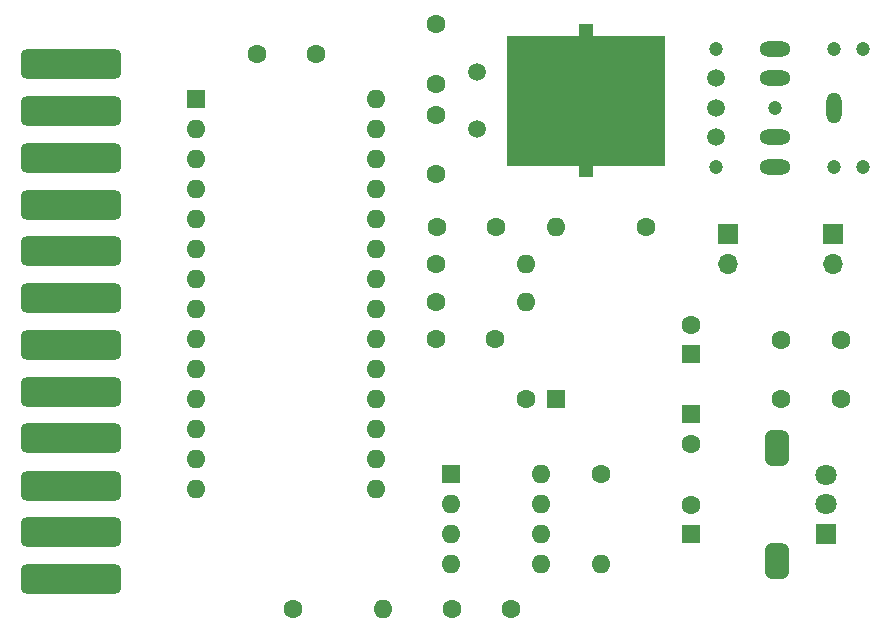
<source format=gts>
%TF.GenerationSoftware,KiCad,Pcbnew,(6.0.4-0)*%
%TF.CreationDate,2022-09-19T22:18:13-04:00*%
%TF.ProjectId,VIC1214Reloaded-1.0-001,56494331-3231-4345-9265-6c6f61646564,rev?*%
%TF.SameCoordinates,Original*%
%TF.FileFunction,Soldermask,Top*%
%TF.FilePolarity,Negative*%
%FSLAX46Y46*%
G04 Gerber Fmt 4.6, Leading zero omitted, Abs format (unit mm)*
G04 Created by KiCad (PCBNEW (6.0.4-0)) date 2022-09-19 22:18:13*
%MOMM*%
%LPD*%
G01*
G04 APERTURE LIST*
G04 Aperture macros list*
%AMRoundRect*
0 Rectangle with rounded corners*
0 $1 Rounding radius*
0 $2 $3 $4 $5 $6 $7 $8 $9 X,Y pos of 4 corners*
0 Add a 4 corners polygon primitive as box body*
4,1,4,$2,$3,$4,$5,$6,$7,$8,$9,$2,$3,0*
0 Add four circle primitives for the rounded corners*
1,1,$1+$1,$2,$3*
1,1,$1+$1,$4,$5*
1,1,$1+$1,$6,$7*
1,1,$1+$1,$8,$9*
0 Add four rect primitives between the rounded corners*
20,1,$1+$1,$2,$3,$4,$5,0*
20,1,$1+$1,$4,$5,$6,$7,0*
20,1,$1+$1,$6,$7,$8,$9,0*
20,1,$1+$1,$8,$9,$2,$3,0*%
G04 Aperture macros list end*
%ADD10C,1.600000*%
%ADD11O,1.600000X1.600000*%
%ADD12R,1.600000X1.600000*%
%ADD13C,1.200000*%
%ADD14O,1.308000X2.616000*%
%ADD15O,2.616000X1.308000*%
%ADD16C,1.508000*%
%ADD17R,1.800000X1.800000*%
%ADD18C,1.800000*%
%ADD19RoundRect,0.500000X0.500000X-1.000000X0.500000X1.000000X-0.500000X1.000000X-0.500000X-1.000000X0*%
%ADD20R,1.700000X1.700000*%
%ADD21O,1.700000X1.700000*%
%ADD22RoundRect,0.444500X3.784600X-0.800100X3.784600X0.800100X-3.784600X0.800100X-3.784600X-0.800100X0*%
%ADD23C,1.500000*%
%ADD24R,1.200000X1.200000*%
%ADD25R,13.500000X11.000000*%
G04 APERTURE END LIST*
D10*
%TO.C,C108*%
X128270000Y-101640000D03*
X128270000Y-106640000D03*
%TD*%
%TO.C,C111*%
X93980000Y-101600000D03*
X98980000Y-101600000D03*
%TD*%
%TO.C,R104*%
X93980000Y-98425000D03*
D11*
X101600000Y-98425000D03*
%TD*%
D12*
%TO.C,U102*%
X73660000Y-81280000D03*
D11*
X73660000Y-83820000D03*
X73660000Y-86360000D03*
X73660000Y-88900000D03*
X73660000Y-91440000D03*
X73660000Y-93980000D03*
X73660000Y-96520000D03*
X73660000Y-99060000D03*
X73660000Y-101600000D03*
X73660000Y-104140000D03*
X73660000Y-106680000D03*
X73660000Y-109220000D03*
X73660000Y-111760000D03*
X73660000Y-114300000D03*
X88900000Y-114300000D03*
X88900000Y-111760000D03*
X88900000Y-109220000D03*
X88900000Y-106680000D03*
X88900000Y-104140000D03*
X88900000Y-101600000D03*
X88900000Y-99060000D03*
X88900000Y-96520000D03*
X88900000Y-93980000D03*
X88900000Y-91440000D03*
X88900000Y-88900000D03*
X88900000Y-86360000D03*
X88900000Y-83820000D03*
X88900000Y-81280000D03*
%TD*%
D10*
%TO.C,R101*%
X107950000Y-113030000D03*
D11*
X107950000Y-120650000D03*
%TD*%
D13*
%TO.C,J101*%
X122675000Y-81995000D03*
X130175000Y-86995000D03*
X117675000Y-76995000D03*
X127675000Y-76995000D03*
X117675000Y-86995000D03*
X127675000Y-86995000D03*
X130175000Y-76995000D03*
D14*
X127675000Y-81995000D03*
D15*
X122675000Y-76995000D03*
X122675000Y-86995000D03*
D16*
X117675000Y-84495000D03*
X117675000Y-81995000D03*
X117675000Y-79495000D03*
D15*
X122675000Y-79495000D03*
X122675000Y-84495000D03*
%TD*%
D12*
%TO.C,C109*%
X115570000Y-107950000D03*
D10*
X115570000Y-110450000D03*
%TD*%
D12*
%TO.C,U103*%
X95250000Y-113030000D03*
D11*
X95250000Y-115570000D03*
X95250000Y-118110000D03*
X95250000Y-120650000D03*
X102870000Y-120650000D03*
X102870000Y-118110000D03*
X102870000Y-115570000D03*
X102870000Y-113030000D03*
%TD*%
D17*
%TO.C,VR101*%
X127000000Y-118070000D03*
D18*
X127000000Y-115570000D03*
X127000000Y-113070000D03*
D19*
X122900000Y-110820000D03*
X122900000Y-120320000D03*
%TD*%
D10*
%TO.C,C103*%
X93980000Y-82630000D03*
X93980000Y-87630000D03*
%TD*%
D12*
%TO.C,C107*%
X115570000Y-118110000D03*
D10*
X115570000Y-115610000D03*
%TD*%
D20*
%TO.C,LS101*%
X127635000Y-92710000D03*
D21*
X127635000Y-95250000D03*
%TD*%
D12*
%TO.C,C112*%
X115570000Y-102870000D03*
D10*
X115570000Y-100370000D03*
%TD*%
%TO.C,R102*%
X111760000Y-92075000D03*
D11*
X104140000Y-92075000D03*
%TD*%
D22*
%TO.C,U101*%
X63100000Y-121876000D03*
X63100000Y-117926000D03*
X63100000Y-113976000D03*
X63100000Y-109976000D03*
X63100000Y-106026000D03*
X63100000Y-102076000D03*
X63100000Y-98076000D03*
X63100000Y-94126000D03*
X63100000Y-90176000D03*
X63100000Y-86226000D03*
X63100000Y-82276000D03*
X63100000Y-78276000D03*
%TD*%
D10*
%TO.C,C101*%
X78820000Y-77470000D03*
X83820000Y-77470000D03*
%TD*%
D20*
%TO.C,JP101*%
X118745000Y-92710000D03*
D21*
X118745000Y-95250000D03*
%TD*%
D10*
%TO.C,C106*%
X123190000Y-101640000D03*
X123190000Y-106640000D03*
%TD*%
%TO.C,C102*%
X93980000Y-79930000D03*
X93980000Y-74930000D03*
%TD*%
D23*
%TO.C,Y101*%
X97430000Y-83820000D03*
X97430000Y-78920000D03*
D24*
X106680000Y-75470000D03*
X106680000Y-87270000D03*
D25*
X106680000Y-81370000D03*
%TD*%
D10*
%TO.C,C104*%
X94060000Y-92075000D03*
X99060000Y-92075000D03*
%TD*%
D12*
%TO.C,C105*%
X104140000Y-106680000D03*
D10*
X101640000Y-106680000D03*
%TD*%
%TO.C,LK101*%
X81915000Y-124460000D03*
D11*
X89535000Y-124460000D03*
%TD*%
D10*
%TO.C,C110*%
X100330000Y-124460000D03*
X95330000Y-124460000D03*
%TD*%
%TO.C,R103*%
X93980000Y-95250000D03*
D11*
X101600000Y-95250000D03*
%TD*%
M02*

</source>
